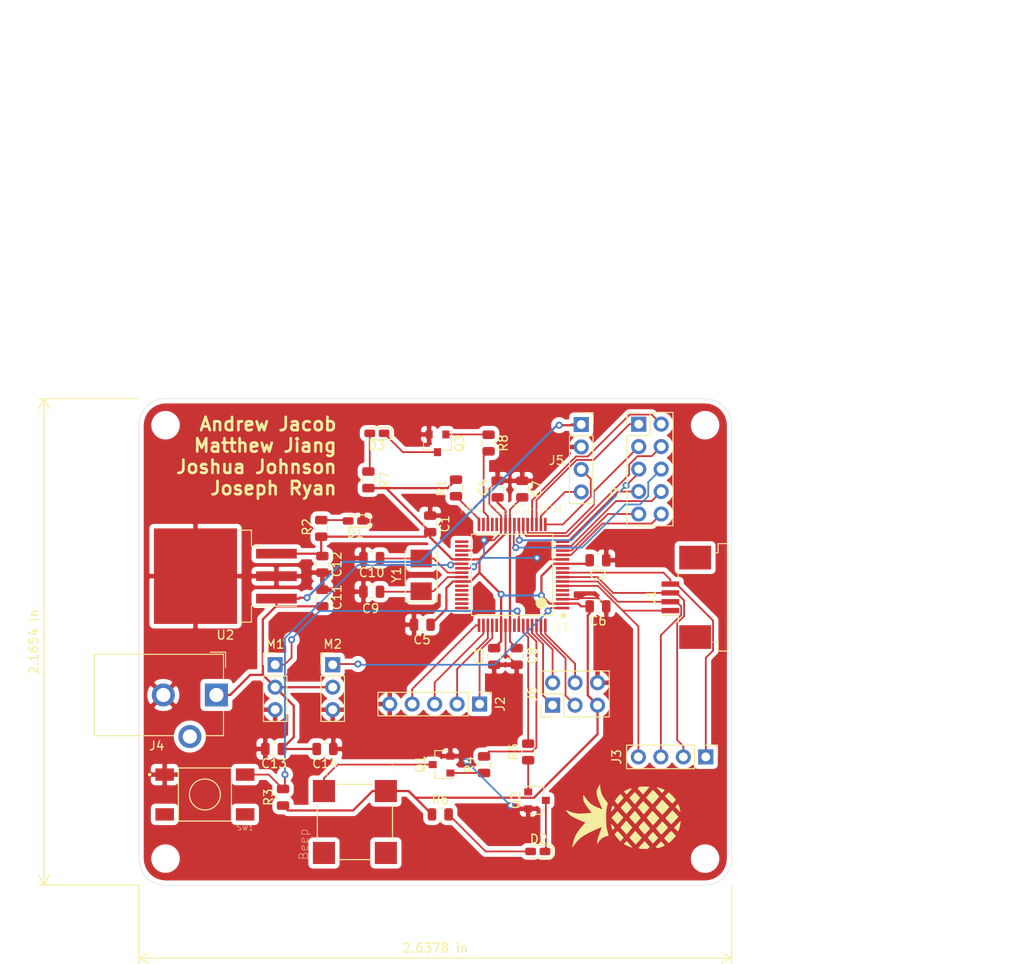
<source format=kicad_pcb>
(kicad_pcb (version 20171130) (host pcbnew 5.1.4)
  (layers (0 F.Cu signal) (31 B.Cu signal) (34 B.Paste user) (35 F.Paste user) (36 B.SilkS user) (37 F.SilkS user) (38 B.Mask user) (39 F.Mask user) (44 Edge.Cuts user))
  (net 0 "")
  (net 1 GND)
  (net 2 +3V3)
  (net 3 /OSC1)
  (net 4 /OSC0)
  (net 5 +5V)
  (net 6 "Net-(D1-Pad2)")
  (net 7 "Net-(D2-Pad2)")
  (net 8 "Net-(D2-Pad1)")
  (net 9 "Net-(D3-Pad2)")
  (net 10 "Net-(D3-Pad1)")
  (net 11 "Net-(J1-Pad4)")
  (net 12 "Net-(J1-Pad3)")
  (net 13 "Net-(J1-Pad2)")
  (net 14 "Net-(J1-Pad1)")
  (net 15 "Net-(J2-Pad4)")
  (net 16 "Net-(J2-Pad3)")
  (net 17 "Net-(J2-Pad2)")
  (net 18 "Net-(J2-Pad1)")
  (net 19 /TX)
  (net 20 /RX)
  (net 21 /PD3)
  (net 22 /PD2)
  (net 23 /PD1)
  (net 24 /Servo0)
  (net 25 /Servo1)
  (net 26 "Net-(Q1-Pad1)")
  (net 27 "Net-(Q2-Pad1)")
  (net 28 "Net-(Q3-Pad1)")
  (net 29 "Net-(R1-Pad1)")
  (net 30 /RESET)
  (net 31 /Blue)
  (net 32 /Red)
  (net 33 "Net-(C7-Pad2)")
  (net 34 /PA7)
  (net 35 /PA6)
  (net 36 /PA5)
  (net 37 /PA4)
  (net 38 /PA3)
  (net 39 /PA2)
  (net 40 /PD0)
  (net 41 "Net-(LS1-PadN)")
  (net 42 /BZZZ)
  (net 43 /PC4)
  (net 44 /PC6)
  (net 45 /PC7)
  (net 46 /PC5)
  (module MountingHole:MountingHole_2.2mm_M2 (layer F.Cu) (at 84 154)
    (fp_text reference REF**)
    (fp_text value MountingHole_2.2mm_M2)
    (pad 1 np_thru_hole circle (at 0 0) (size 2.2 2.2) (drill 2.2) (layers *.Cu *.Mask))
  )
  (module MountingHole:MountingHole_2.2mm_M2 (layer F.Cu) (at 84 105)
    (fp_text reference REF**)
    (fp_text value MountingHole_2.2mm_M2)
    (pad 1 np_thru_hole circle (at 0 0) (size 2.2 2.2) (drill 2.2) (layers *.Cu *.Mask))
  )
  (module MountingHole:MountingHole_2.2mm_M2 (layer F.Cu) (at 145 105)
    (fp_text reference REF**)
    (fp_text value MountingHole_2.2mm_M2)
    (pad 1 np_thru_hole circle (at 0 0) (size 2.2 2.2) (drill 2.2) (layers *.Cu *.Mask))
  )
  (module MountingHole:MountingHole_2.2mm_M2 (layer F.Cu) (at 145 154)
    (fp_text reference REF**)
    (fp_text value MountingHole_2.2mm_M2)
    (pad 1 np_thru_hole circle (at 0 0) (size 2.2 2.2) (drill 2.2) (layers *.Cu *.Mask))
  )
  (module pineapple:pineapple (layer F.Cu) (at 135.75 149.25 90)
    (fp_text reference G*** hide)
    (fp_text value LOGO hide)
  )
  (module Connector_BarrelJack:BarrelJack_CUI_PJ-102AH_Horizontal (layer F.Cu) (at 89.75 135.5 270)
    (fp_text reference J4 (at 5.75 6.75) (layer F.SilkS))
    (fp_text value Barrel_Jack_Switch)
    (pad 3 thru_hole circle (at 4.7 3 270) (size 2.6 2.6) (drill 1.6) (layers *.Cu *.Mask))
    (pad 2 thru_hole circle (at 0 6 270) (size 2.6 2.6) (drill 1.6) (layers *.Cu *.Mask) (net 1 GND))
    (pad 1 thru_hole rect (at 0 0 270) (size 2.6 2.6) (drill 1.6) (layers *.Cu *.Mask) (net 5 +5V))
  )
  (module Connector_PinSocket_2.54mm:PinSocket_1x04_P2.54mm_Vertical (layer F.Cu) (at 131 104.92)
    (fp_text reference J5 (at -2.794 4.064) (layer F.SilkS))
    (fp_text value "UART (Bluetooth)")
    (pad 4 thru_hole oval (at 0 7.62) (size 1.7 1.7) (drill 1) (layers *.Cu *.Mask) (net 19 /TX))
    (pad 3 thru_hole oval (at 0 5.08) (size 1.7 1.7) (drill 1) (layers *.Cu *.Mask) (net 20 /RX))
    (pad 2 thru_hole oval (at 0 2.54) (size 1.7 1.7) (drill 1) (layers *.Cu *.Mask) (net 1 GND))
    (pad 1 thru_hole rect (at 0 0) (size 1.7 1.7) (drill 1) (layers *.Cu *.Mask) (net 5 +5V))
  )
  (module Connector_PinHeader_2.54mm:PinHeader_2x05_P2.54mm_Vertical (layer F.Cu) (at 137.5 104.88)
    (fp_text reference J7 (at -2.794 7.874) (layer F.SilkS))
    (fp_text value Conn_02x05)
    (pad 10 thru_hole oval (at 2.54 10.16) (size 1.7 1.7) (drill 1) (layers *.Cu *.Mask) (net 45 /PC7))
    (pad 9 thru_hole oval (at 0 10.16) (size 1.7 1.7) (drill 1) (layers *.Cu *.Mask) (net 44 /PC6))
    (pad 8 thru_hole oval (at 2.54 7.62) (size 1.7 1.7) (drill 1) (layers *.Cu *.Mask) (net 46 /PC5))
    (pad 7 thru_hole oval (at 0 7.62) (size 1.7 1.7) (drill 1) (layers *.Cu *.Mask) (net 43 /PC4))
    (pad 6 thru_hole oval (at 2.54 5.08) (size 1.7 1.7) (drill 1) (layers *.Cu *.Mask) (net 34 /PA7))
    (pad 5 thru_hole oval (at 0 5.08) (size 1.7 1.7) (drill 1) (layers *.Cu *.Mask) (net 35 /PA6))
    (pad 4 thru_hole oval (at 2.54 2.54) (size 1.7 1.7) (drill 1) (layers *.Cu *.Mask) (net 36 /PA5))
    (pad 3 thru_hole oval (at 0 2.54) (size 1.7 1.7) (drill 1) (layers *.Cu *.Mask) (net 37 /PA4))
    (pad 2 thru_hole oval (at 2.54 0) (size 1.7 1.7) (drill 1) (layers *.Cu *.Mask) (net 38 /PA3))
    (pad 1 thru_hole rect (at 0 0) (size 1.7 1.7) (drill 1) (layers *.Cu *.Mask) (net 39 /PA2))
  )
  (module Capacitor_SMD:C_0805_2012Metric (layer F.Cu) (at 102.0295 141.605 180)
    (fp_text reference C14 (at 0 -1.65) (layer F.SilkS))
    (fp_text value 10uF)
    (pad 2 smd roundrect (at 0.9375 0 180) (size 0.975 1.4) (layers F.Cu F.Paste F.Mask) (net 5 +5V))
    (pad 1 smd roundrect (at -0.9375 0 180) (size 0.975 1.4) (layers F.Cu F.Paste F.Mask) (net 1 GND))
  )
  (module Capacitor_SMD:C_0805_2012Metric (layer F.Cu) (at 96.2175 141.605)
    (fp_text reference C13 (at 0.0485 1.651) (layer F.SilkS))
    (fp_text value 10uF)
    (pad 2 smd roundrect (at 0.9375 0) (size 0.975 1.4) (layers F.Cu F.Paste F.Mask) (net 5 +5V))
    (pad 1 smd roundrect (at -0.9375 0) (size 0.975 1.4) (layers F.Cu F.Paste F.Mask) (net 1 GND))
  )
  (module TM4C123GH6PMI:QFP50P1200X1200X160-64N (layer F.Cu) (at 123.19 121.92 180)
    (fp_text reference U1 (at -5.588 -5.842 180) (layer F.SilkS) (effects (font (size 1.00182 1.00182) (thickness 0.05))))
    (fp_text value TM4C123GH6PMI (at -0.06 7.37114 180) (layer F.SilkS) (effects (font (size 1.00083 1.00083) (thickness 0.05))))
    (pad 64 smd rect (at -3.75 -5.7 90) (size 1.5 0.3) (layers F.Cu F.Paste F.Mask) (net 21 /PD3))
    (pad 63 smd rect (at -3.25 -5.7 90) (size 1.5 0.3) (layers F.Cu F.Paste F.Mask) (net 22 /PD2))
    (pad 62 smd rect (at -2.75 -5.7 90) (size 1.5 0.3) (layers F.Cu F.Paste F.Mask) (net 23 /PD1))
    (pad 61 smd rect (at -2.25 -5.7 90) (size 1.5 0.3) (layers F.Cu F.Paste F.Mask) (net 40 /PD0))
    (pad 60 smd rect (at -1.75 -5.7 90) (size 1.5 0.3) (layers F.Cu F.Paste F.Mask) (net 42 /BZZZ))
    (pad 59 smd rect (at -1.25 -5.7 90) (size 1.5 0.3) (layers F.Cu F.Paste F.Mask) (net 31 /Blue))
    (pad 58 smd rect (at -0.75 -5.7 90) (size 1.5 0.3) (layers F.Cu F.Paste F.Mask) (net 24 /Servo0))
    (pad 57 smd rect (at -0.25 -5.7 90) (size 1.5 0.3) (layers F.Cu F.Paste F.Mask))
    (pad 56 smd rect (at 0.25 -5.7 90) (size 1.5 0.3) (layers F.Cu F.Paste F.Mask) (net 33 "Net-(C7-Pad2)"))
    (pad 55 smd rect (at 0.75 -5.7 90) (size 1.5 0.3) (layers F.Cu F.Paste F.Mask) (net 1 GND))
    (pad 54 smd rect (at 1.25 -5.7 90) (size 1.5 0.3) (layers F.Cu F.Paste F.Mask) (net 2 +3V3))
    (pad 53 smd rect (at 1.75 -5.7 90) (size 1.5 0.3) (layers F.Cu F.Paste F.Mask))
    (pad 52 smd rect (at 2.25 -5.7 90) (size 1.5 0.3) (layers F.Cu F.Paste F.Mask) (net 18 "Net-(J2-Pad1)"))
    (pad 51 smd rect (at 2.75 -5.7 90) (size 1.5 0.3) (layers F.Cu F.Paste F.Mask) (net 17 "Net-(J2-Pad2)"))
    (pad 50 smd rect (at 3.25 -5.7 90) (size 1.5 0.3) (layers F.Cu F.Paste F.Mask) (net 16 "Net-(J2-Pad3)"))
    (pad 49 smd rect (at 3.75 -5.7 90) (size 1.5 0.3) (layers F.Cu F.Paste F.Mask) (net 15 "Net-(J2-Pad4)"))
    (pad 48 smd rect (at 5.7 -3.75) (size 1.5 0.3) (layers F.Cu F.Paste F.Mask))
    (pad 47 smd rect (at 5.7 -3.25) (size 1.5 0.3) (layers F.Cu F.Paste F.Mask))
    (pad 46 smd rect (at 5.7 -2.75) (size 1.5 0.3) (layers F.Cu F.Paste F.Mask))
    (pad 45 smd rect (at 5.7 -2.25) (size 1.5 0.3) (layers F.Cu F.Paste F.Mask))
    (pad 44 smd rect (at 5.7 -1.75) (size 1.5 0.3) (layers F.Cu F.Paste F.Mask))
    (pad 43 smd rect (at 5.7 -1.25) (size 1.5 0.3) (layers F.Cu F.Paste F.Mask))
    (pad 42 smd rect (at 5.7 -0.75) (size 1.5 0.3) (layers F.Cu F.Paste F.Mask) (net 2 +3V3))
    (pad 41 smd rect (at 5.7 -0.25) (size 1.5 0.3) (layers F.Cu F.Paste F.Mask) (net 3 /OSC1))
    (pad 40 smd rect (at 5.7 0.25) (size 1.5 0.3) (layers F.Cu F.Paste F.Mask) (net 4 /OSC0))
    (pad 39 smd rect (at 5.7 0.75) (size 1.5 0.3) (layers F.Cu F.Paste F.Mask) (net 1 GND))
    (pad 38 smd rect (at 5.7 1.25) (size 1.5 0.3) (layers F.Cu F.Paste F.Mask) (net 30 /RESET))
    (pad 37 smd rect (at 5.7 1.75) (size 1.5 0.3) (layers F.Cu F.Paste F.Mask) (net 2 +3V3))
    (pad 36 smd rect (at 5.7 2.25) (size 1.5 0.3) (layers F.Cu F.Paste F.Mask))
    (pad 35 smd rect (at 5.7 2.75) (size 1.5 0.3) (layers F.Cu F.Paste F.Mask) (net 1 GND))
    (pad 34 smd rect (at 5.7 3.25) (size 1.5 0.3) (layers F.Cu F.Paste F.Mask))
    (pad 33 smd rect (at 5.7 3.75) (size 1.5 0.3) (layers F.Cu F.Paste F.Mask))
    (pad 32 smd rect (at 3.75 5.7 270) (size 1.5 0.3) (layers F.Cu F.Paste F.Mask) (net 29 "Net-(R1-Pad1)"))
    (pad 31 smd rect (at 3.25 5.7 270) (size 1.5 0.3) (layers F.Cu F.Paste F.Mask))
    (pad 30 smd rect (at 2.75 5.7 270) (size 1.5 0.3) (layers F.Cu F.Paste F.Mask) (net 32 /Red))
    (pad 29 smd rect (at 2.25 5.7 270) (size 1.5 0.3) (layers F.Cu F.Paste F.Mask))
    (pad 28 smd rect (at 1.75 5.7 270) (size 1.5 0.3) (layers F.Cu F.Paste F.Mask))
    (pad 27 smd rect (at 1.25 5.7 270) (size 1.5 0.3) (layers F.Cu F.Paste F.Mask) (net 1 GND))
    (pad 26 smd rect (at 0.75 5.7 270) (size 1.5 0.3) (layers F.Cu F.Paste F.Mask) (net 2 +3V3))
    (pad 25 smd rect (at 0.25 5.7 270) (size 1.5 0.3) (layers F.Cu F.Paste F.Mask) (net 33 "Net-(C7-Pad2)"))
    (pad 24 smd rect (at -0.25 5.7 270) (size 1.5 0.3) (layers F.Cu F.Paste F.Mask) (net 34 /PA7))
    (pad 23 smd rect (at -0.75 5.7 270) (size 1.5 0.3) (layers F.Cu F.Paste F.Mask) (net 35 /PA6))
    (pad 22 smd rect (at -1.25 5.7 270) (size 1.5 0.3) (layers F.Cu F.Paste F.Mask) (net 36 /PA5))
    (pad 21 smd rect (at -1.75 5.7 270) (size 1.5 0.3) (layers F.Cu F.Paste F.Mask) (net 37 /PA4))
    (pad 20 smd rect (at -2.25 5.7 270) (size 1.5 0.3) (layers F.Cu F.Paste F.Mask) (net 38 /PA3))
    (pad 19 smd rect (at -2.75 5.7 270) (size 1.5 0.3) (layers F.Cu F.Paste F.Mask) (net 39 /PA2))
    (pad 18 smd rect (at -3.25 5.7 270) (size 1.5 0.3) (layers F.Cu F.Paste F.Mask) (net 19 /TX))
    (pad 17 smd rect (at -3.75 5.7 270) (size 1.5 0.3) (layers F.Cu F.Paste F.Mask) (net 20 /RX))
    (pad 16 smd rect (at -5.7 3.75 180) (size 1.5 0.3) (layers F.Cu F.Paste F.Mask) (net 43 /PC4))
    (pad 15 smd rect (at -5.7 3.25 180) (size 1.5 0.3) (layers F.Cu F.Paste F.Mask) (net 46 /PC5))
    (pad 14 smd rect (at -5.7 2.75 180) (size 1.5 0.3) (layers F.Cu F.Paste F.Mask) (net 44 /PC6))
    (pad 13 smd rect (at -5.7 2.25 180) (size 1.5 0.3) (layers F.Cu F.Paste F.Mask) (net 45 /PC7))
    (pad 12 smd rect (at -5.7 1.75 180) (size 1.5 0.3) (layers F.Cu F.Paste F.Mask) (net 1 GND))
    (pad 11 smd rect (at -5.7 1.25 180) (size 1.5 0.3) (layers F.Cu F.Paste F.Mask) (net 2 +3V3))
    (pad 10 smd rect (at -5.7 0.75 180) (size 1.5 0.3) (layers F.Cu F.Paste F.Mask))
    (pad 9 smd rect (at -5.7 0.25 180) (size 1.5 0.3) (layers F.Cu F.Paste F.Mask) (net 11 "Net-(J1-Pad4)"))
    (pad 8 smd rect (at -5.7 -0.25 180) (size 1.5 0.3) (layers F.Cu F.Paste F.Mask) (net 12 "Net-(J1-Pad3)"))
    (pad 7 smd rect (at -5.7 -0.75 180) (size 1.5 0.3) (layers F.Cu F.Paste F.Mask) (net 13 "Net-(J1-Pad2)"))
    (pad 6 smd rect (at -5.7 -1.25 180) (size 1.5 0.3) (layers F.Cu F.Paste F.Mask) (net 14 "Net-(J1-Pad1)"))
    (pad 5 smd rect (at -5.7 -1.75 180) (size 1.5 0.3) (layers F.Cu F.Paste F.Mask))
    (pad 4 smd rect (at -5.7 -2.25 180) (size 1.5 0.3) (layers F.Cu F.Paste F.Mask))
    (pad 3 smd rect (at -5.7 -2.75 180) (size 1.5 0.3) (layers F.Cu F.Paste F.Mask) (net 1 GND))
    (pad 2 smd rect (at -5.7 -3.25 180) (size 1.5 0.3) (layers F.Cu F.Paste F.Mask) (net 2 +3V3))
    (pad 1 smd rect (at -5.7 -3.75 180) (size 1.5 0.3) (layers F.Cu F.Paste F.Mask) (net 25 /Servo1))
  )
  (module Resistor_SMD:R_0805_2012Metric (layer F.Cu) (at 106.934 111.1735 90)
    (fp_text reference R7 (at 0 1.816 90) (layer F.SilkS))
    (fp_text value 68ohm)
    (pad 2 smd roundrect (at 0.9375 0 90) (size 0.975 1.4) (layers F.Cu F.Paste F.Mask) (net 9 "Net-(D3-Pad2)"))
    (pad 1 smd roundrect (at -0.9375 0 90) (size 0.975 1.4) (layers F.Cu F.Paste F.Mask) (net 2 +3V3))
  )
  (module Resistor_SMD:R_0805_2012Metric (layer F.Cu) (at 115.0625 149)
    (fp_text reference R6 (at 0 -1.65) (layer F.SilkS))
    (fp_text value 50ohm)
    (pad 2 smd roundrect (at 0.9375 0) (size 0.975 1.4) (layers F.Cu F.Paste F.Mask) (net 7 "Net-(D2-Pad2)"))
    (pad 1 smd roundrect (at -0.9375 0) (size 0.975 1.4) (layers F.Cu F.Paste F.Mask) (net 2 +3V3))
  )
  (module Resistor_SMD:R_0805_2012Metric (layer F.Cu) (at 125 141.9375 90)
    (fp_text reference R5 (at 0 -1.65 90) (layer F.SilkS))
    (fp_text value 100ohm)
    (pad 2 smd roundrect (at 0.9375 0 90) (size 0.975 1.4) (layers F.Cu F.Paste F.Mask) (net 31 /Blue))
    (pad 1 smd roundrect (at -0.9375 0 90) (size 0.975 1.4) (layers F.Cu F.Paste F.Mask) (net 27 "Net-(Q2-Pad1)"))
  )
  (module Resistor_SMD:R_0805_2012Metric (layer F.Cu) (at 120.015 143.3825 90)
    (fp_text reference R4 (at 0 -1.65 90) (layer F.SilkS))
    (fp_text value 100ohm)
    (pad 2 smd roundrect (at 0.9375 0 90) (size 0.975 1.4) (layers F.Cu F.Paste F.Mask) (net 42 /BZZZ))
    (pad 1 smd roundrect (at -0.9375 0 90) (size 0.975 1.4) (layers F.Cu F.Paste F.Mask) (net 26 "Net-(Q1-Pad1)"))
  )
  (module Resistor_SMD:R_0805_2012Metric (layer F.Cu) (at 97.282 147.0625 90)
    (fp_text reference R3 (at 0 -1.65 90) (layer F.SilkS))
    (fp_text value 10k)
    (pad 2 smd roundrect (at 0.9375 0 90) (size 0.975 1.4) (layers F.Cu F.Paste F.Mask) (net 30 /RESET))
    (pad 1 smd roundrect (at -0.9375 0 90) (size 0.975 1.4) (layers F.Cu F.Paste F.Mask) (net 2 +3V3))
  )
  (module Resistor_SMD:R_0805_2012Metric (layer F.Cu) (at 116.84 112.0925 90)
    (fp_text reference R1 (at 0 -1.65 90) (layer F.SilkS))
    (fp_text value 1Mohm)
    (pad 2 smd roundrect (at 0.9375 0 90) (size 0.975 1.4) (layers F.Cu F.Paste F.Mask) (net 2 +3V3))
    (pad 1 smd roundrect (at -0.9375 0 90) (size 0.975 1.4) (layers F.Cu F.Paste F.Mask) (net 29 "Net-(R1-Pad1)"))
  )
  (module Capacitor_SMD:C_0805_2012Metric (layer F.Cu) (at 101.727 124.5385 90)
    (fp_text reference C11 (at 0.0785 1.65 90) (layer F.SilkS))
    (fp_text value 0.1uF)
    (pad 2 smd roundrect (at 0.9375 0 90) (size 0.975 1.4) (layers F.Cu F.Paste F.Mask) (net 1 GND))
    (pad 1 smd roundrect (at -0.9375 0 90) (size 0.975 1.4) (layers F.Cu F.Paste F.Mask) (net 5 +5V))
  )
  (module Capacitor_SMD:C_0805_2012Metric (layer F.Cu) (at 132.8905 125.476 180)
    (fp_text reference C6 (at 0 -1.65) (layer F.SilkS))
    (fp_text value 3.3uF)
    (pad 1 smd roundrect (at -0.9375 0 180) (size 0.975 1.4) (layers F.Cu F.Paste F.Mask) (net 1 GND))
    (pad 2 smd roundrect (at 0.9375 0 180) (size 0.975 1.4) (layers F.Cu F.Paste F.Mask) (net 2 +3V3))
  )
  (module Capacitor_SMD:C_0805_2012Metric (layer F.Cu) (at 113.03 127.5565)
    (fp_text reference C5 (at -0.03 1.6935) (layer F.SilkS))
    (fp_text value 3.3uF)
    (pad 2 smd roundrect (at 0.9375 0) (size 0.975 1.4) (layers F.Cu F.Paste F.Mask) (net 2 +3V3))
    (pad 1 smd roundrect (at -0.9375 0) (size 0.975 1.4) (layers F.Cu F.Paste F.Mask) (net 1 GND))
  )
  (module Capacitor_SMD:C_0805_2012Metric (layer F.Cu) (at 132.8905 120.269 180)
    (fp_text reference C2 (at 0 -1.65) (layer F.SilkS))
    (fp_text value .1uF)
    (pad 1 smd roundrect (at -0.9375 0 180) (size 0.975 1.4) (layers F.Cu F.Paste F.Mask) (net 1 GND))
    (pad 2 smd roundrect (at 0.9375 0 180) (size 0.975 1.4) (layers F.Cu F.Paste F.Mask) (net 2 +3V3))
  )
  (module Capacitor_SMD:C_0805_2012Metric (layer F.Cu) (at 121.539 112.2195 270)
    (fp_text reference C4 (at -0.2055 1.651 90) (layer F.SilkS))
    (fp_text value .1uF)
    (pad 2 smd roundrect (at 0.9375 0 270) (size 0.975 1.4) (layers F.Cu F.Paste F.Mask) (net 2 +3V3))
    (pad 1 smd roundrect (at -0.9375 0 270) (size 0.975 1.4) (layers F.Cu F.Paste F.Mask) (net 1 GND))
  )
  (module Capacitor_SMD:C_0805_2012Metric (layer F.Cu) (at 121.158 131.1425 90)
    (fp_text reference C3 (at 0 -1.65 90) (layer F.SilkS))
    (fp_text value .1uF)
    (pad 2 smd roundrect (at 0.9375 0 90) (size 0.975 1.4) (layers F.Cu F.Paste F.Mask) (net 2 +3V3))
    (pad 1 smd roundrect (at -0.9375 0 90) (size 0.975 1.4) (layers F.Cu F.Paste F.Mask) (net 1 GND))
  )
  (module Capacitor_SMD:C_0805_2012Metric (layer F.Cu) (at 113.919 116.1565 270)
    (fp_text reference C1 (at 0 -1.65 90) (layer F.SilkS))
    (fp_text value .1uF)
    (pad 2 smd roundrect (at 0.9375 0 270) (size 0.975 1.4) (layers F.Cu F.Paste F.Mask) (net 2 +3V3))
    (pad 1 smd roundrect (at -0.9375 0 270) (size 0.975 1.4) (layers F.Cu F.Paste F.Mask) (net 1 GND))
  )
  (module Capacitor_SMD:C_0805_2012Metric (layer F.Cu) (at 101.727 120.7285 270)
    (fp_text reference C12 (at 0 -1.65 90) (layer F.SilkS))
    (fp_text value 10uF)
    (pad 2 smd roundrect (at 0.9375 0 270) (size 0.975 1.4) (layers F.Cu F.Paste F.Mask) (net 1 GND))
    (pad 1 smd roundrect (at -0.9375 0 270) (size 0.975 1.4) (layers F.Cu F.Paste F.Mask) (net 2 +3V3))
  )
  (module Capacitor_SMD:C_0805_2012Metric (layer F.Cu) (at 107.312 120.015 180)
    (fp_text reference C10 (at 0 -1.65) (layer F.SilkS))
    (fp_text value 10pF)
    (pad 2 smd roundrect (at 0.9375 0 180) (size 0.975 1.4) (layers F.Cu F.Paste F.Mask) (net 1 GND))
    (pad 1 smd roundrect (at -0.9375 0 180) (size 0.975 1.4) (layers F.Cu F.Paste F.Mask) (net 4 /OSC0))
  )
  (module Capacitor_SMD:C_0805_2012Metric (layer F.Cu) (at 107.312 123.825)
    (fp_text reference C9 (at -0.124 1.905) (layer F.SilkS))
    (fp_text value 10pF)
    (pad 2 smd roundrect (at 0.9375 0) (size 0.975 1.4) (layers F.Cu F.Paste F.Mask) (net 3 /OSC1))
    (pad 1 smd roundrect (at -0.9375 0) (size 0.975 1.4) (layers F.Cu F.Paste F.Mask) (net 1 GND))
  )
  (module Capacitor_SMD:C_0805_2012Metric (layer F.Cu) (at 123.698 131.1425 90)
    (fp_text reference C8 (at 0.0785 1.778 90) (layer F.SilkS))
    (fp_text value 3.3uF)
    (pad 2 smd roundrect (at 0.9375 0 90) (size 0.975 1.4) (layers F.Cu F.Paste F.Mask) (net 33 "Net-(C7-Pad2)"))
    (pad 1 smd roundrect (at -0.9375 0 90) (size 0.975 1.4) (layers F.Cu F.Paste F.Mask) (net 1 GND))
  )
  (module Capacitor_SMD:C_0805_2012Metric (layer F.Cu) (at 124.333 112.2195 270)
    (fp_text reference C7 (at 0 -1.65 90) (layer F.SilkS))
    (fp_text value .1uF)
    (pad 2 smd roundrect (at 0.9375 0 270) (size 0.975 1.4) (layers F.Cu F.Paste F.Mask) (net 33 "Net-(C7-Pad2)"))
    (pad 1 smd roundrect (at -0.9375 0 270) (size 0.975 1.4) (layers F.Cu F.Paste F.Mask) (net 1 GND))
  )
  (module Crystal:Crystal_SMD_5032-2Pin_5.0x3.2mm (layer F.Cu) (at 112.903 121.92 90)
    (fp_text reference Y1 (at 0 -2.8 90) (layer F.SilkS))
    (fp_text value 16MHz)
    (pad 2 smd rect (at 1.85 0 90) (size 2 2.4) (layers F.Cu F.Paste F.Mask) (net 4 /OSC0))
    (pad 1 smd rect (at -1.85 0 90) (size 2 2.4) (layers F.Cu F.Paste F.Mask) (net 3 /OSC1))
  )
  (module Package_TO_SOT_SMD:TO-263-3_TabPin2 (layer F.Cu) (at 90.763 122.066 180)
    (fp_text reference U2 (at 0 -6.65) (layer F.SilkS))
    (fp_text value LM2937xS)
    (pad 2 smd rect (at 3.375 0 180) (size 9.4 10.8) (layers F.Cu F.Mask) (net 1 GND))
    (pad 3 smd rect (at -5.775 2.54 180) (size 4.6 1.1) (layers F.Cu F.Paste F.Mask) (net 2 +3V3))
    (pad 2 smd rect (at -5.775 0 180) (size 4.6 1.1) (layers F.Cu F.Paste F.Mask) (net 1 GND))
    (pad 1 smd rect (at -5.775 -2.54 180) (size 4.6 1.1) (layers F.Cu F.Paste F.Mask) (net 5 +5V))
  )
  (module 2-1437565-8:SW_SMD_2-1437565-8_4_4.50_6.00_6.00_5.00 (layer F.Cu) (at 88.45 146.75)
    (fp_text reference SW1 (at 4.55 3.75) (layer F.SilkS) (effects (font (size 0.640844 0.640844) (thickness 0.05))))
    (fp_text value SW_Push)
    (pad 4 smd rect (at 4.55 2.25) (size 2.1 1.4) (layers F.Cu F.Paste F.Mask))
    (pad 3 smd rect (at -4.55 2.25) (size 2.1 1.4) (layers F.Cu F.Paste F.Mask))
    (pad 2 smd rect (at 4.55 -2.25) (size 2.1 1.4) (layers F.Cu F.Paste F.Mask) (net 30 /RESET))
    (pad 1 smd rect (at -4.55 -2.25) (size 2.1 1.4) (layers F.Cu F.Paste F.Mask) (net 1 GND))
  )
  (module Resistor_SMD:R_0805_2012Metric (layer F.Cu) (at 120.523 107.0125 90)
    (fp_text reference R8 (at 0 1.651 90) (layer F.SilkS))
    (fp_text value 100ohm)
    (pad 2 smd roundrect (at 0.9375 0 90) (size 0.975 1.4) (layers F.Cu F.Paste F.Mask) (net 28 "Net-(Q3-Pad1)"))
    (pad 1 smd roundrect (at -0.9375 0 90) (size 0.975 1.4) (layers F.Cu F.Paste F.Mask) (net 32 /Red))
  )
  (module Resistor_SMD:R_0805_2012Metric (layer F.Cu) (at 101.6 116.6645 90)
    (fp_text reference R2 (at 0.1645 -1.6 90) (layer F.SilkS))
    (fp_text value 68ohm)
    (pad 2 smd roundrect (at 0.9375 0 90) (size 0.975 1.4) (layers F.Cu F.Paste F.Mask) (net 6 "Net-(D1-Pad2)"))
    (pad 1 smd roundrect (at -0.9375 0 90) (size 0.975 1.4) (layers F.Cu F.Paste F.Mask) (net 2 +3V3))
  )
  (module Package_TO_SOT_SMD:SOT-23 (layer F.Cu) (at 114.747 107.045 270)
    (fp_text reference Q3 (at 0 -2.5 90) (layer F.SilkS))
    (fp_text value MMBT3904)
    (pad 3 smd rect (at 1 0 270) (size 0.9 0.8) (layers F.Cu F.Paste F.Mask) (net 10 "Net-(D3-Pad1)"))
    (pad 2 smd rect (at -1 0.95 270) (size 0.9 0.8) (layers F.Cu F.Paste F.Mask) (net 1 GND))
    (pad 1 smd rect (at -1 -0.95 270) (size 0.9 0.8) (layers F.Cu F.Paste F.Mask) (net 28 "Net-(Q3-Pad1)"))
  )
  (module Package_TO_SOT_SMD:SOT-23 (layer F.Cu) (at 126 147.413)
    (fp_text reference Q2 (at -2.4 -0.013 90) (layer F.SilkS))
    (fp_text value MMBT3904)
    (pad 3 smd rect (at 1 0) (size 0.9 0.8) (layers F.Cu F.Paste F.Mask) (net 8 "Net-(D2-Pad1)"))
    (pad 2 smd rect (at -1 0.95) (size 0.9 0.8) (layers F.Cu F.Paste F.Mask) (net 1 GND))
    (pad 1 smd rect (at -1 -0.95) (size 0.9 0.8) (layers F.Cu F.Paste F.Mask) (net 27 "Net-(Q2-Pad1)"))
  )
  (module Package_TO_SOT_SMD:SOT-23 (layer F.Cu) (at 115.205 143.37 180)
    (fp_text reference Q1 (at 2.405 0.07 90) (layer F.SilkS))
    (fp_text value MMBT3904)
    (pad 3 smd rect (at 1 0 180) (size 0.9 0.8) (layers F.Cu F.Paste F.Mask) (net 41 "Net-(LS1-PadN)"))
    (pad 2 smd rect (at -1 0.95 180) (size 0.9 0.8) (layers F.Cu F.Paste F.Mask) (net 1 GND))
    (pad 1 smd rect (at -1 -0.95 180) (size 0.9 0.8) (layers F.Cu F.Paste F.Mask) (net 26 "Net-(Q1-Pad1)"))
  )
  (module Connector_PinHeader_2.54mm:PinHeader_1x03_P2.54mm_Vertical (layer F.Cu) (at 102.9 132.08)
    (fp_text reference M2 (at 0 -2.33) (layer F.SilkS))
    (fp_text value Motor_Servo)
    (pad 3 thru_hole oval (at 0 5.08) (size 1.7 1.7) (drill 1) (layers *.Cu *.Mask) (net 1 GND))
    (pad 2 thru_hole oval (at 0 2.54) (size 1.7 1.7) (drill 1) (layers *.Cu *.Mask) (net 5 +5V))
    (pad 1 thru_hole rect (at 0 0) (size 1.7 1.7) (drill 1) (layers *.Cu *.Mask) (net 25 /Servo1))
  )
  (module Connector_PinHeader_2.54mm:PinHeader_1x03_P2.54mm_Vertical (layer F.Cu) (at 96.393 132.08)
    (fp_text reference M1 (at 0 -2.33) (layer F.SilkS))
    (fp_text value Motor_Servo)
    (pad 1 thru_hole rect (at 0 0) (size 1.7 1.7) (drill 1) (layers *.Cu *.Mask) (net 24 /Servo0))
    (pad 2 thru_hole oval (at 0 2.54) (size 1.7 1.7) (drill 1) (layers *.Cu *.Mask) (net 5 +5V))
    (pad 3 thru_hole oval (at 0 5.08) (size 1.7 1.7) (drill 1) (layers *.Cu *.Mask) (net 1 GND))
  )
  (module CMT-8530S-SMT:CUI_CMT-8530S-SMT (layer F.Cu) (at 105.41 149.86 90)
    (fp_text reference Beep (at -2.53108 -5.8075 90) (layer F.SilkS) (effects (font (size 1.00043 1.00043) (thickness 0.05))))
    (fp_text value CMT-8530S-SMT)
    (fp_text user + (at 6.25485 4.1332 90) (layer F.SilkS) (effects (font (thickness 0.05))))
    (fp_text user - (at 5.16042 -3.22026 90) (layer F.SilkS) (effects (font (thickness 0.05))))
    (pad P smd rect (at 3.5 3.5 90) (size 2.5 2.5) (layers F.Cu F.Paste F.Mask) (net 2 +3V3))
    (pad N smd rect (at 3.5 -3.5 90) (size 2.5 2.5) (layers F.Cu F.Paste F.Mask) (net 41 "Net-(LS1-PadN)"))
    (pad 1 smd rect (at -3.5 -3.5 90) (size 2.5 2.5) (layers F.Cu F.Paste F.Mask))
    (pad 2 smd rect (at -3.5 3.5 90) (size 2.5 2.5) (layers F.Cu F.Paste F.Mask))
  )
  (module Connector_PinHeader_2.54mm:PinHeader_2x03_P2.54mm_Vertical (layer F.Cu) (at 127.762 136.652 90)
    (fp_text reference J6 (at 1.27 -2.33 90) (layer F.SilkS))
    (fp_text value Conn_02x03_Top_Bottom)
    (pad 6 thru_hole oval (at 2.54 5.08 90) (size 1.7 1.7) (drill 1) (layers *.Cu *.Mask) (net 1 GND))
    (pad 5 thru_hole oval (at 0 5.08 90) (size 1.7 1.7) (drill 1) (layers *.Cu *.Mask) (net 2 +3V3))
    (pad 4 thru_hole oval (at 2.54 2.54 90) (size 1.7 1.7) (drill 1) (layers *.Cu *.Mask) (net 21 /PD3))
    (pad 3 thru_hole oval (at 0 2.54 90) (size 1.7 1.7) (drill 1) (layers *.Cu *.Mask) (net 22 /PD2))
    (pad 2 thru_hole oval (at 2.54 0 90) (size 1.7 1.7) (drill 1) (layers *.Cu *.Mask) (net 23 /PD1))
    (pad 1 thru_hole rect (at 0 0 90) (size 1.7 1.7) (drill 1) (layers *.Cu *.Mask) (net 40 /PD0))
  )
  (module Connector_PinHeader_2.54mm:PinHeader_1x04_P2.54mm_Vertical (layer F.Cu) (at 145.08 142.5 270)
    (fp_text reference J3 (at 0 10.08 90) (layer F.SilkS))
    (fp_text value Conn_01x04_Male)
    (pad 4 thru_hole oval (at 0 7.62 270) (size 1.7 1.7) (drill 1) (layers *.Cu *.Mask) (net 14 "Net-(J1-Pad1)"))
    (pad 3 thru_hole oval (at 0 5.08 270) (size 1.7 1.7) (drill 1) (layers *.Cu *.Mask) (net 13 "Net-(J1-Pad2)"))
    (pad 2 thru_hole oval (at 0 2.54 270) (size 1.7 1.7) (drill 1) (layers *.Cu *.Mask) (net 12 "Net-(J1-Pad3)"))
    (pad 1 thru_hole rect (at 0 0 270) (size 1.7 1.7) (drill 1) (layers *.Cu *.Mask) (net 11 "Net-(J1-Pad4)"))
  )
  (module Connector_PinHeader_2.54mm:PinHeader_1x05_P2.54mm_Vertical (layer F.Cu) (at 119.507 136.525 270)
    (fp_text reference J2 (at 0 -2.33 90) (layer F.SilkS))
    (fp_text value JTAG)
    (pad 5 thru_hole oval (at 0 10.16 270) (size 1.7 1.7) (drill 1) (layers *.Cu *.Mask) (net 1 GND))
    (pad 4 thru_hole oval (at 0 7.62 270) (size 1.7 1.7) (drill 1) (layers *.Cu *.Mask) (net 15 "Net-(J2-Pad4)"))
    (pad 3 thru_hole oval (at 0 5.08 270) (size 1.7 1.7) (drill 1) (layers *.Cu *.Mask) (net 16 "Net-(J2-Pad3)"))
    (pad 2 thru_hole oval (at 0 2.54 270) (size 1.7 1.7) (drill 1) (layers *.Cu *.Mask) (net 17 "Net-(J2-Pad2)"))
    (pad 1 thru_hole rect (at 0 0 270) (size 1.7 1.7) (drill 1) (layers *.Cu *.Mask) (net 18 "Net-(J2-Pad1)"))
  )
  (module Connector_FFC-FPC:TE_84952-4_1x04-1MP_P1.0mm_Horizontal (layer F.Cu) (at 142.875 124.46 90)
    (fp_text reference J1 (at 0 -4 90) (layer F.SilkS))
    (fp_text value Resistive_Touch)
    (pad MP smd rect (at 4.49 1 90) (size 2.68 3.6) (layers F.Cu F.Paste F.Mask))
    (pad MP smd rect (at -4.49 1 90) (size 2.68 3.6) (layers F.Cu F.Paste F.Mask))
    (pad 4 smd rect (at 1.5 -1.8 90) (size 0.61 2) (layers F.Cu F.Paste F.Mask) (net 11 "Net-(J1-Pad4)"))
    (pad 3 smd rect (at 0.5 -1.8 90) (size 0.61 2) (layers F.Cu F.Paste F.Mask) (net 12 "Net-(J1-Pad3)"))
    (pad 2 smd rect (at -0.5 -1.8 90) (size 0.61 2) (layers F.Cu F.Paste F.Mask) (net 13 "Net-(J1-Pad2)"))
    (pad 1 smd rect (at -1.5 -1.8 90) (size 0.61 2) (layers F.Cu F.Paste F.Mask) (net 14 "Net-(J1-Pad1)"))
  )
  (module LED_SMD:LED_0603_1608Metric_Castellated (layer F.Cu) (at 107.8995 105.918 180)
    (fp_text reference D3 (at 0 -1.38) (layer F.SilkS))
    (fp_text value LED_RED)
    (pad 2 smd roundrect (at 0.8125 0 180) (size 1.225 0.85) (layers F.Cu F.Paste F.Mask) (net 9 "Net-(D3-Pad2)"))
    (pad 1 smd roundrect (at -0.8125 0 180) (size 1.225 0.85) (layers F.Cu F.Paste F.Mask) (net 10 "Net-(D3-Pad1)"))
  )
  (module LED_SMD:LED_0603_1608Metric_Castellated (layer F.Cu) (at 126.085 153.19 180)
    (fp_text reference D2 (at -0.0875 1.4) (layer F.SilkS))
    (fp_text value LED_BLUE)
    (pad 2 smd roundrect (at 0.8125 0 180) (size 1.225 0.85) (layers F.Cu F.Paste F.Mask) (net 7 "Net-(D2-Pad2)"))
    (pad 1 smd roundrect (at -0.8125 0 180) (size 1.225 0.85) (layers F.Cu F.Paste F.Mask) (net 8 "Net-(D2-Pad1)"))
  )
  (module LED_SMD:LED_0603_1608Metric_Castellated (layer F.Cu) (at 105.4605 115.824 180)
    (fp_text reference D1 (at 0 -1.38) (layer F.SilkS))
    (fp_text value LED_GREEN)
    (pad 2 smd roundrect (at 0.8125 0 180) (size 1.225 0.85) (layers F.Cu F.Paste F.Mask) (net 6 "Net-(D1-Pad2)"))
    (pad 1 smd roundrect (at -0.8125 0 180) (size 1.225 0.85) (layers F.Cu F.Paste F.Mask) (net 1 GND))
  )
  (gr_text " Andrew Jacob\nMatthew Jiang\nJoshua Johnson\nJoseph Ryan" (at 103.5 108.5) (layer F.SilkS) (effects (font (size 1.5 1.5) (thickness 0.3)) (justify right)))
  (dimension 55 (width 0.12) (layer F.SilkS) (gr_text "55.000 mm" (at 68.980001 129.5 270) (layer F.SilkS) (effects (font (size 1 1) (thickness 0.15)))) (feature1 (pts (xy 81 157) (xy 69.66358 157))) (feature2 (pts (xy 81 102) (xy 69.66358 102))) (crossbar (pts (xy 70.250001 102) (xy 70.250001 157))) (arrow1a (pts (xy 70.250001 157) (xy 69.66358 155.873496))) (arrow1b (pts (xy 70.250001 157) (xy 70.836422 155.873496))) (arrow2a (pts (xy 70.250001 102) (xy 69.66358 103.126504))) (arrow2b (pts (xy 70.250001 102) (xy 70.836422 103.126504))))
  (dimension 67 (width 0.12) (layer F.SilkS) (gr_text "67.000 mm" (at 114.5 166.52) (layer F.SilkS) (effects (font (size 1 1) (thickness 0.15)))) (feature1 (pts (xy 81 157) (xy 81 165.836421))) (feature2 (pts (xy 148 157) (xy 148 165.836421))) (crossbar (pts (xy 148 165.25) (xy 81 165.25))) (arrow1a (pts (xy 81 165.25) (xy 82.126504 164.663579))) (arrow1b (pts (xy 81 165.25) (xy 82.126504 165.836421))) (arrow2a (pts (xy 148 165.25) (xy 146.873496 164.663579))) (arrow2b (pts (xy 148 165.25) (xy 146.873496 165.836421))))
  (gr_arc (start 84 105) (end 84 102) (angle -90) (layer Edge.Cuts) (width 0.05))
  (gr_arc (start 84 154) (end 81 154) (angle -90) (layer Edge.Cuts) (width 0.05))
  (gr_arc (start 145 154) (end 145 157) (angle -90) (layer Edge.Cuts) (width 0.05))
  (gr_arc (start 145 105) (end 148 105) (angle -90) (layer Edge.Cuts) (width 0.05))
  (gr_line (start 145 157) (end 84 157) (layer Edge.Cuts) (width 0.05))
  (gr_line (start 148 105) (end 148 154) (layer Edge.Cuts) (width 0.05))
  (gr_line (start 84 102) (end 145 102) (layer Edge.Cuts) (width 0.05))
  (gr_line (start 81 154) (end 81 105) (layer Edge.Cuts) (width 0.05))
  (via (at 118.84 121) (size 0.8) (drill 0.4) (layers F.Cu B.Cu) (net 1))
  (segment (start 117.49 121.17) (end 118.67 121.17) (width 0.2) (layer F.Cu) (net 1))
  (segment (start 118.67 121.17) (end 118.84 121) (width 0.2) (layer F.Cu) (net 1))
  (via (at 126 120) (size 0.8) (drill 0.4) (layers F.Cu B.Cu) (net 1))
  (segment (start 118.84 121) (end 119.84 120) (width 0.2) (layer B.Cu) (net 1))
  (segment (start 127.94 120.17) (end 128.89 120.17) (width 0.2) (layer F.Cu) (net 1))
  (segment (start 126.735685 120.17) (end 127.94 120.17) (width 0.2) (layer F.Cu) (net 1))
  (segment (start 126.565685 120) (end 126.735685 120.17) (width 0.2) (layer F.Cu) (net 1))
  (segment (start 126 120) (end 126.565685 120) (width 0.2) (layer F.Cu) (net 1))
  (segment (start 122.44 130.822) (end 122.44 127.62) (width 0.2) (layer F.Cu) (net 1))
  (segment (start 123.698 132.08) (end 122.44 130.822) (width 0.2) (layer F.Cu) (net 1))
  (via (at 120 118) (size 0.8) (drill 0.4) (layers F.Cu B.Cu) (net 1))
  (segment (start 121.11 118) (end 120 118) (width 0.2) (layer F.Cu) (net 1))
  (segment (start 121.94 116.22) (end 121.94 117.17) (width 0.2) (layer F.Cu) (net 1))
  (segment (start 121.94 117.17) (end 121.11 118) (width 0.2) (layer F.Cu) (net 1))
  (segment (start 120 119.84) (end 119.84 120) (width 0.2) (layer B.Cu) (net 1))
  (segment (start 120 118) (end 120 119.84) (width 0.2) (layer B.Cu) (net 1))
  (segment (start 118.83 119.17) (end 120 118) (width 0.2) (layer F.Cu) (net 1))
  (segment (start 117.49 119.17) (end 118.83 119.17) (width 0.2) (layer F.Cu) (net 1))
  (segment (start 121.94 115.27) (end 121.94 116.22) (width 0.2) (layer F.Cu) (net 1))
  (segment (start 120.61199 113.94199) (end 121.94 115.27) (width 0.2) (layer F.Cu) (net 1))
  (segment (start 120.61199 112.20901) (end 120.61199 113.94199) (width 0.2) (layer F.Cu) (net 1))
  (segment (start 121.539 111.282) (end 120.61199 112.20901) (width 0.2) (layer F.Cu) (net 1))
  (via (at 118 143) (size 0.8) (drill 0.4) (layers F.Cu B.Cu) (net 1))
  (segment (start 116.205 142.42) (end 117.42 142.42) (width 0.2) (layer F.Cu) (net 1))
  (segment (start 117.42 142.42) (end 118 143) (width 0.2) (layer F.Cu) (net 1))
  (via (at 123 148) (size 0.8) (drill 0.4) (layers F.Cu B.Cu) (net 1))
  (segment (start 118 143) (end 123 148) (width 0.2) (layer B.Cu) (net 1))
  (segment (start 123.363 148.363) (end 123 148) (width 0.2) (layer F.Cu) (net 1))
  (segment (start 125 148.363) (end 123.363 148.363) (width 0.2) (layer F.Cu) (net 1))
  (segment (start 133.271763 124.919763) (end 133.828 125.476) (width 0.2) (layer F.Cu) (net 1))
  (segment (start 132.90099 124.54899) (end 133.271763 124.919763) (width 0.2) (layer F.Cu) (net 1))
  (segment (start 130.670645 124.67) (end 130.791655 124.54899) (width 0.2) (layer F.Cu) (net 1))
  (segment (start 130.791655 124.54899) (end 132.90099 124.54899) (width 0.2) (layer F.Cu) (net 1))
  (segment (start 128.89 124.67) (end 130.670645 124.67) (width 0.2) (layer F.Cu) (net 1))
  (segment (start 119.84 120) (end 126 120) (width 0.2) (layer B.Cu) (net 1))
  (segment (start 122.44 117.224) (end 122.44 116.22) (width 0.254) (layer F.Cu) (net 2))
  (segment (start 119.494 120.17) (end 122.44 117.224) (width 0.254) (layer F.Cu) (net 2))
  (segment (start 117.49 120.17) (end 119.494 120.17) (width 0.254) (layer F.Cu) (net 2))
  (segment (start 119.494 121.67) (end 119.494 120.17) (width 0.254) (layer F.Cu) (net 2))
  (segment (start 118.494 122.67) (end 119.494 121.67) (width 0.254) (layer F.Cu) (net 2))
  (segment (start 117.49 122.67) (end 118.494 122.67) (width 0.254) (layer F.Cu) (net 2))
  (segment (start 121.94 124.116) (end 119.494 121.67) (width 0.254) (layer F.Cu) (net 2))
  (segment (start 121.94 127.62) (end 121.94 124.116) (width 0.254) (layer F.Cu) (net 2))
  (segment (start 116.486 120.17) (end 117.49 120.17) (width 0.254) (layer F.Cu) (net 2))
  (segment (start 116.4075 120.17) (end 116.486 120.17) (width 0.254) (layer F.Cu) (net 2))
  (segment (start 113.919 117.6815) (end 116.4075 120.17) (width 0.254) (layer F.Cu) (net 2))
  (segment (start 113.919 117.094) (end 113.919 117.6815) (width 0.254) (layer F.Cu) (net 2))
  (segment (start 122.44 115.216) (end 122.44 116.22) (width 0.254) (layer F.Cu) (net 2))
  (segment (start 122.44 114.6455) (end 122.44 115.216) (width 0.254) (layer F.Cu) (net 2))
  (segment (start 121.539 113.7445) (end 122.44 114.6455) (width 0.254) (layer F.Cu) (net 2))
  (segment (start 121.539 113.157) (end 121.539 113.7445) (width 0.254) (layer F.Cu) (net 2))
  (segment (start 113.411 117.602) (end 113.919 117.094) (width 0.254) (layer F.Cu) (net 2))
  (segment (start 101.6 117.602) (end 113.411 117.602) (width 0.254) (layer F.Cu) (net 2))
  (segment (start 108.936 112.111) (end 113.919 117.094) (width 0.254) (layer F.Cu) (net 2))
  (segment (start 106.934 112.111) (end 108.936 112.111) (width 0.254) (layer F.Cu) (net 2))
  (segment (start 121.94 129.423) (end 121.94 127.62) (width 0.254) (layer F.Cu) (net 2))
  (segment (start 121.158 130.205) (end 121.94 129.423) (width 0.254) (layer F.Cu) (net 2))
  (segment (start 129.894 125.17) (end 128.89 125.17) (width 0.254) (layer F.Cu) (net 2))
  (segment (start 131.552 120.67) (end 131.953 120.269) (width 0.254) (layer F.Cu) (net 2))
  (segment (start 128.89 120.67) (end 131.552 120.67) (width 0.254) (layer F.Cu) (net 2))
  (segment (start 130.976 125.476) (end 130.67 125.17) (width 0.254) (layer F.Cu) (net 2))
  (segment (start 131.953 125.476) (end 130.976 125.476) (width 0.254) (layer F.Cu) (net 2))
  (segment (start 130.67 125.17) (end 129.894 125.17) (width 0.254) (layer F.Cu) (net 2))
  (segment (start 107.406 146.36) (end 108.91 146.36) (width 0.254) (layer F.Cu) (net 2))
  (segment (start 105.209763 148.556237) (end 107.406 146.36) (width 0.254) (layer F.Cu) (net 2))
  (segment (start 97.838237 148.556237) (end 105.209763 148.556237) (width 0.254) (layer F.Cu) (net 2))
  (segment (start 97.282 148) (end 97.838237 148.556237) (width 0.254) (layer F.Cu) (net 2))
  (segment (start 111.485 146.36) (end 114.125 149) (width 0.254) (layer F.Cu) (net 2))
  (segment (start 108.91 146.36) (end 111.485 146.36) (width 0.254) (layer F.Cu) (net 2))
  (segment (start 132.842 137.854081) (end 132.842 136.652) (width 0.254) (layer F.Cu) (net 2))
  (segment (start 132.842 139.928202) (end 132.842 137.854081) (width 0.254) (layer F.Cu) (net 2))
  (segment (start 125.653201 147.117001) (end 132.842 139.928202) (width 0.254) (layer F.Cu) (net 2))
  (segment (start 112.242001 147.117001) (end 125.653201 147.117001) (width 0.254) (layer F.Cu) (net 2))
  (segment (start 111.485 146.36) (end 112.242001 147.117001) (width 0.254) (layer F.Cu) (net 2))
  (segment (start 131.953 126.276) (end 131.953 125.476) (width 0.254) (layer F.Cu) (net 2))
  (segment (start 131.737999 126.491001) (end 131.953 126.276) (width 0.254) (layer F.Cu) (net 2))
  (segment (start 131.737999 135.547999) (end 131.737999 126.491001) (width 0.254) (layer F.Cu) (net 2))
  (segment (start 132.842 136.652) (end 131.737999 135.547999) (width 0.254) (layer F.Cu) (net 2))
  (segment (start 115.884 112.111) (end 116.84 111.155) (width 0.254) (layer F.Cu) (net 2))
  (segment (start 106.934 112.111) (end 115.884 112.111) (width 0.254) (layer F.Cu) (net 2))
  (segment (start 113.9675 127.5565) (end 115.75 125.774) (width 0.254) (layer F.Cu) (net 2))
  (segment (start 116.486 122.67) (end 117.49 122.67) (width 0.254) (layer F.Cu) (net 2))
  (segment (start 115.75 123.406) (end 116.486 122.67) (width 0.254) (layer F.Cu) (net 2))
  (segment (start 115.75 125.774) (end 115.75 123.406) (width 0.254) (layer F.Cu) (net 2))
  (via (at 126.5 124.25) (size 0.8) (drill 0.4) (layers F.Cu B.Cu) (net 2))
  (segment (start 128.89 125.17) (end 127.42 125.17) (width 0.254) (layer F.Cu) (net 2))
  (segment (start 127.42 125.17) (end 126.5 124.25) (width 0.254) (layer F.Cu) (net 2))
  (via (at 121.94 124.116) (size 0.8) (drill 0.4) (layers F.Cu B.Cu) (net 2))
  (segment (start 126.5 124.25) (end 122.074 124.25) (width 0.254) (layer B.Cu) (net 2))
  (segment (start 122.074 124.25) (end 121.94 124.116) (width 0.254) (layer B.Cu) (net 2))
  (segment (start 126.5 123.684315) (end 126.5 124.25) (width 0.254) (layer F.Cu) (net 2))
  (segment (start 126.5 122.056) (end 126.5 123.684315) (width 0.254) (layer F.Cu) (net 2))
  (segment (start 127.886 120.67) (end 126.5 122.056) (width 0.254) (layer F.Cu) (net 2))
  (segment (start 128.89 120.67) (end 127.886 120.67) (width 0.254) (layer F.Cu) (net 2))
  (segment (start 101.462 119.526) (end 101.727 119.791) (width 0.254) (layer F.Cu) (net 2))
  (segment (start 96.538 119.526) (end 101.462 119.526) (width 0.254) (layer F.Cu) (net 2))
  (segment (start 101.6 119.664) (end 101.727 119.791) (width 0.254) (layer F.Cu) (net 2))
  (segment (start 101.6 117.602) (end 101.6 119.664) (width 0.254) (layer F.Cu) (net 2))
  (segment (start 116.54 122.17) (end 117.49 122.17) (width 0.2) (layer F.Cu) (net 3))
  (segment (start 115.903 122.17) (end 116.54 122.17) (width 0.2) (layer F.Cu) (net 3))
  (segment (start 114.303 123.77) (end 115.903 122.17) (width 0.2) (layer F.Cu) (net 3))
  (segment (start 112.903 123.77) (end 114.303 123.77) (width 0.2) (layer F.Cu) (net 3))
  (segment (start 112.848 123.825) (end 112.903 123.77) (width 0.2) (layer F.Cu) (net 3))
  (segment (start 108.2495 123.825) (end 112.848 123.825) (width 0.2) (layer F.Cu) (net 3))
  (segment (start 116.54 121.67) (end 117.49 121.67) (width 0.2) (layer F.Cu) (net 4))
  (segment (start 115.903 121.67) (end 116.54 121.67) (width 0.2) (layer F.Cu) (net 4))
  (segment (start 114.303 120.07) (end 115.903 121.67) (width 0.2) (layer F.Cu) (net 4))
  (segment (start 112.903 120.07) (end 114.303 120.07) (width 0.2) (layer F.Cu) (net 4))
  (segment (start 108.3045 120.07) (end 108.2495 120.015) (width 0.2) (layer F.Cu) (net 4))
  (segment (start 112.903 120.07) (end 108.3045 120.07) (width 0.2) (layer F.Cu) (net 4))
  (segment (start 100.927 125.476) (end 101.727 125.476) (width 0.254) (layer F.Cu) (net 5))
  (segment (start 96.604 125.476) (end 100.927 125.476) (width 0.254) (layer F.Cu) (net 5))
  (segment (start 96.538 125.41) (end 96.604 125.476) (width 0.254) (layer F.Cu) (net 5))
  (segment (start 96.393 134.62) (end 102.9 134.62) (width 0.254) (layer F.Cu) (net 5))
  (segment (start 97.155 141.605) (end 101.092 141.605) (width 0.254) (layer F.Cu) (net 5))
  (segment (start 97.242999 135.469999) (end 96.393 134.62) (width 0.254) (layer F.Cu) (net 5))
  (segment (start 98.5 136.727) (end 97.242999 135.469999) (width 0.254) (layer F.Cu) (net 5))
  (segment (start 98.5 140.26) (end 98.5 136.727) (width 0.254) (layer F.Cu) (net 5))
  (segment (start 97.155 141.605) (end 98.5 140.26) (width 0.254) (layer F.Cu) (net 5))
  (segment (start 96.538 125.41) (end 96.538 124.606) (width 0.254) (layer F.Cu) (net 5))
  (segment (start 95 126.948) (end 96.538 125.41) (width 0.254) (layer F.Cu) (net 5))
  (segment (start 95 133.227) (end 95 126.948) (width 0.254) (layer F.Cu) (net 5))
  (segment (start 96.393 134.62) (end 95 133.227) (width 0.254) (layer F.Cu) (net 5))
  (segment (start 129.896 104.92) (end 131 104.92) (width 0.254) (layer F.Cu) (net 5))
  (segment (start 96.538 124.606) (end 94.788 124.606) (width 0.254) (layer F.Cu) (net 5))
  (segment (start 93.577 133.227) (end 95 133.227) (width 0.254) (layer F.Cu) (net 5))
  (segment (start 91.304 135.5) (end 93.577 133.227) (width 0.254) (layer F.Cu) (net 5))
  (segment (start 89.75 135.5) (end 91.304 135.5) (width 0.254) (layer F.Cu) (net 5))
  (via (at 100 124.5) (size 0.8) (drill 0.4) (layers F.Cu B.Cu) (net 5))
  (segment (start 99.198 124.5) (end 100 124.5) (width 0.254) (layer F.Cu) (net 5))
  (segment (start 96.538 124.606) (end 99.092 124.606) (width 0.254) (layer F.Cu) (net 5))
  (segment (start 99.092 124.606) (end 99.198 124.5) (width 0.254) (layer F.Cu) (net 5))
  (segment (start 104.052866 120.447134) (end 112.802866 120.447134) (width 0.254) (layer B.Cu) (net 5))
  (segment (start 100 124.5) (end 104.052866 120.447134) (width 0.254) (layer B.Cu) (net 5))
  (via (at 128.5 105) (size 0.8) (drill 0.4) (layers F.Cu B.Cu) (net 5))
  (segment (start 112.802866 120.447134) (end 128.25 105) (width 0.254) (layer B.Cu) (net 5))
  (segment (start 128.25 105) (end 128.5 105) (width 0.254) (layer B.Cu) (net 5))
  (segment (start 130.92 105) (end 131 104.92) (width 0.254) (layer F.Cu) (net 5))
  (segment (start 128.5 105) (end 130.92 105) (width 0.254) (layer F.Cu) (net 5))
  (segment (start 104.551 115.727) (end 104.648 115.824) (width 0.2) (layer F.Cu) (net 6))
  (segment (start 101.6 115.727) (end 104.551 115.727) (width 0.2) (layer F.Cu) (net 6))
  (segment (start 120.19 153.19) (end 116 149) (width 0.2) (layer F.Cu) (net 7))
  (segment (start 125.2725 153.19) (end 120.19 153.19) (width 0.2) (layer F.Cu) (net 7))
  (segment (start 127 153.375) (end 127 147.413) (width 0.2) (layer F.Cu) (net 8))
  (segment (start 107.087 110.083) (end 106.934 110.236) (width 0.2) (layer F.Cu) (net 9))
  (segment (start 107.087 105.918) (end 107.087 110.083) (width 0.2) (layer F.Cu) (net 9))
  (segment (start 110.839 108.045) (end 108.712 105.918) (width 0.2) (layer F.Cu) (net 10))
  (segment (start 114.747 108.045) (end 110.839 108.045) (width 0.2) (layer F.Cu) (net 10))
  (segment (start 141.075 122.455) (end 141.075 122.96) (width 0.2) (layer F.Cu) (net 11))
  (segment (start 140.29 121.67) (end 141.075 122.455) (width 0.2) (layer F.Cu) (net 11))
  (segment (start 128.89 121.67) (end 140.29 121.67) (width 0.2) (layer F.Cu) (net 11))
  (segment (start 141.77 122.96) (end 141.075 122.96) (width 0.2) (layer F.Cu) (net 11))
  (segment (start 145.902001 127.092001) (end 141.77 122.96) (width 0.2) (layer F.Cu) (net 11))
  (segment (start 145.902001 130.471601) (end 145.902001 127.092001) (width 0.2) (layer F.Cu) (net 11))
  (segment (start 145.08 131.293602) (end 145.902001 130.471601) (width 0.2) (layer F.Cu) (net 11))
  (segment (start 145.08 142.5) (end 145.08 131.293602) (width 0.2) (layer F.Cu) (net 11))
  (segment (start 129.84 122.17) (end 128.89 122.17) (width 0.2) (layer F.Cu) (net 12))
  (segment (start 132.812676 122.17) (end 129.84 122.17) (width 0.2) (layer F.Cu) (net 12))
  (segment (start 134.602676 123.96) (end 132.812676 122.17) (width 0.2) (layer F.Cu) (net 12))
  (segment (start 141.075 123.96) (end 134.602676 123.96) (width 0.2) (layer F.Cu) (net 12))
  (segment (start 142.54 141.297919) (end 142.54 142.5) (width 0.2) (layer F.Cu) (net 12))
  (segment (start 141.847999 140.605918) (end 142.54 141.297919) (width 0.2) (layer F.Cu) (net 12))
  (segment (start 141.847999 127.363063) (end 141.847999 140.605918) (width 0.2) (layer F.Cu) (net 12))
  (segment (start 142.629011 126.582051) (end 141.847999 127.363063) (width 0.2) (layer F.Cu) (net 12))
  (segment (start 142.629011 124.819011) (end 142.629011 126.582051) (width 0.2) (layer F.Cu) (net 12))
  (segment (start 141.77 123.96) (end 142.629011 124.819011) (width 0.2) (layer F.Cu) (net 12))
  (segment (start 141.075 123.96) (end 141.77 123.96) (width 0.2) (layer F.Cu) (net 12))
  (segment (start 139.875 124.96) (end 141.075 124.96) (width 0.2) (layer F.Cu) (net 13))
  (segment (start 135.140216 124.96) (end 139.875 124.96) (width 0.2) (layer F.Cu) (net 13))
  (segment (start 132.850216 122.67) (end 135.140216 124.96) (width 0.2) (layer F.Cu) (net 13))
  (segment (start 128.89 122.67) (end 132.850216 122.67) (width 0.2) (layer F.Cu) (net 13))
  (segment (start 140 141.297919) (end 140 142.5) (width 0.2) (layer F.Cu) (net 13))
  (segment (start 140 128.748602) (end 140 141.297919) (width 0.2) (layer F.Cu) (net 13))
  (segment (start 142.302001 126.446601) (end 140 128.748602) (width 0.2) (layer F.Cu) (net 13))
  (segment (start 142.302001 125.492001) (end 142.302001 126.446601) (width 0.2) (layer F.Cu) (net 13))
  (segment (start 141.77 124.96) (end 142.302001 125.492001) (width 0.2) (layer F.Cu) (net 13))
  (segment (start 141.075 124.96) (end 141.77 124.96) (width 0.2) (layer F.Cu) (net 13))
  (segment (start 129.84 123.17) (end 128.89 123.17) (width 0.2) (layer F.Cu) (net 14))
  (segment (start 132.887756 123.17) (end 129.84 123.17) (width 0.2) (layer F.Cu) (net 14))
  (segment (start 135.677756 125.96) (end 132.887756 123.17) (width 0.2) (layer F.Cu) (net 14))
  (segment (start 141.075 125.96) (end 135.677756 125.96) (width 0.2) (layer F.Cu) (net 14))
  (segment (start 137.46 127.742244) (end 135.677756 125.96) (width 0.2) (layer F.Cu) (net 14))
  (segment (start 137.46 142.5) (end 137.46 127.742244) (width 0.2) (layer F.Cu) (net 14))
  (segment (start 111.887 135.322919) (end 111.887 136.525) (width 0.2) (layer F.Cu) (net 15))
  (segment (start 111.887 134.823) (end 111.887 135.322919) (width 0.2) (layer F.Cu) (net 15))
  (segment (start 119.09 127.62) (end 111.887 134.823) (width 0.2) (layer F.Cu) (net 15))
  (segment (start 119.44 127.62) (end 119.09 127.62) (width 0.2) (layer F.Cu) (net 15))
  (segment (start 119.94 128.57) (end 119.94 127.62) (width 0.2) (layer F.Cu) (net 16))
  (segment (start 114.427 136.525) (end 114.427 134.083) (width 0.2) (layer F.Cu) (net 16))
  (segment (start 114.427 134.083) (end 119.94 128.57) (width 0.2) (layer F.Cu) (net 16))
  (segment (start 116.967 135.322919) (end 116.967 136.525) (width 0.2) (layer F.Cu) (net 17))
  (segment (start 116.967 132.567787) (end 116.967 135.322919) (width 0.2) (layer F.Cu) (net 17))
  (segment (start 120.44 129.094787) (end 116.967 132.567787) (width 0.2) (layer F.Cu) (net 17))
  (segment (start 120.44 127.62) (end 120.44 129.094787) (width 0.2) (layer F.Cu) (net 17))
  (segment (start 119.507 135.475) (end 119.507 136.525) (width 0.2) (layer F.Cu) (net 18))
  (segment (start 119.507 130.490244) (end 119.507 135.475) (width 0.2) (layer F.Cu) (net 18))
  (segment (start 120.94 129.057244) (end 119.507 130.490244) (width 0.2) (layer F.Cu) (net 18))
  (segment (start 120.94 127.62) (end 120.94 129.057244) (width 0.2) (layer F.Cu) (net 18))
  (segment (start 129.797919 112.54) (end 131 112.54) (width 0.2) (layer F.Cu) (net 19))
  (segment (start 129.17 112.54) (end 129.797919 112.54) (width 0.2) (layer F.Cu) (net 19))
  (segment (start 126.44 115.27) (end 129.17 112.54) (width 0.2) (layer F.Cu) (net 19))
  (segment (start 126.44 116.22) (end 126.44 115.27) (width 0.2) (layer F.Cu) (net 19))
  (segment (start 131.849999 110.849999) (end 131 110) (width 0.2) (layer F.Cu) (net 20))
  (segment (start 132.077001 111.077001) (end 131.849999 110.849999) (width 0.2) (layer F.Cu) (net 20))
  (segment (start 132.077001 113.056961) (end 132.077001 111.077001) (width 0.2) (layer F.Cu) (net 20))
  (segment (start 128.913962 116.22) (end 132.077001 113.056961) (width 0.2) (layer F.Cu) (net 20))
  (segment (start 126.94 116.22) (end 128.913962 116.22) (width 0.2) (layer F.Cu) (net 20))
  (segment (start 126.94 128.60754) (end 126.94 127.62) (width 0.2) (layer F.Cu) (net 21))
  (segment (start 130.302 134.112) (end 130.302 131.96954) (width 0.2) (layer F.Cu) (net 21))
  (segment (start 130.302 131.96954) (end 126.94 128.60754) (width 0.2) (layer F.Cu) (net 21))
  (segment (start 129.452001 135.802001) (end 130.302 136.652) (width 0.2) (layer F.Cu) (net 22))
  (segment (start 129.224999 135.574999) (end 129.452001 135.802001) (width 0.2) (layer F.Cu) (net 22))
  (segment (start 129.224999 131.354999) (end 129.224999 135.574999) (width 0.2) (layer F.Cu) (net 22))
  (segment (start 126.44 128.57) (end 129.224999 131.354999) (width 0.2) (layer F.Cu) (net 22))
  (segment (start 126.44 127.62) (end 126.44 128.57) (width 0.2) (layer F.Cu) (net 22))
  (segment (start 125.94 128.541222) (end 125.94 127.62) (width 0.2) (layer F.Cu) (net 23))
  (segment (start 127.762 130.363222) (end 125.94 128.541222) (width 0.2) (layer F.Cu) (net 23))
  (segment (start 127.762 134.112) (end 127.762 130.363222) (width 0.2) (layer F.Cu) (net 23))
  (via (at 123.75 126) (size 0.8) (drill 0.4) (layers F.Cu B.Cu) (net 24))
  (segment (start 123.94 127.62) (end 123.94 126.19) (width 0.2) (layer F.Cu) (net 24))
  (segment (start 123.94 126.19) (end 123.75 126) (width 0.2) (layer F.Cu) (net 24))
  (via (at 98.25 129.25) (size 0.8) (drill 0.4) (layers F.Cu B.Cu) (net 24))
  (segment (start 98.25 129.173) (end 98.25 129.25) (width 0.2) (layer B.Cu) (net 24))
  (segment (start 123.75 126) (end 101.423 126) (width 0.2) (layer B.Cu) (net 24))
  (segment (start 101.423 126) (end 98.25 129.173) (width 0.2) (layer B.Cu) (net 24))
  (segment (start 97.443 132.08) (end 96.393 132.08) (width 0.2) (layer F.Cu) (net 24))
  (segment (start 98.25 131.273) (end 97.443 132.08) (width 0.2) (layer F.Cu) (net 24))
  (segment (start 98.25 129.25) (end 98.25 131.273) (width 0.2) (layer F.Cu) (net 24))
  (via (at 127.25 126) (size 0.8) (drill 0.4) (layers F.Cu B.Cu) (net 25))
  (segment (start 128.89 125.67) (end 127.58 125.67) (width 0.2) (layer F.Cu) (net 25))
  (segment (start 127.58 125.67) (end 127.25 126) (width 0.2) (layer F.Cu) (net 25))
  (via (at 105.75 132) (size 0.8) (drill 0.4) (layers F.Cu B.Cu) (net 25))
  (segment (start 105.83 132.08) (end 105.75 132) (width 0.2) (layer B.Cu) (net 25))
  (segment (start 127.25 126) (end 121.17 132.08) (width 0.2) (layer B.Cu) (net 25))
  (segment (start 121.17 132.08) (end 105.83 132.08) (width 0.2) (layer B.Cu) (net 25))
  (segment (start 102.98 132) (end 102.9 132.08) (width 0.2) (layer F.Cu) (net 25))
  (segment (start 105.75 132) (end 102.98 132) (width 0.2) (layer F.Cu) (net 25))
  (segment (start 116.855 144.32) (end 120.015 144.32) (width 0.2) (layer F.Cu) (net 26))
  (segment (start 116.205 144.32) (end 116.855 144.32) (width 0.2) (layer F.Cu) (net 26))
  (segment (start 125 142.875) (end 125 146.463) (width 0.2) (layer F.Cu) (net 27))
  (segment (start 120.493 106.045) (end 120.523 106.075) (width 0.2) (layer F.Cu) (net 28))
  (segment (start 115.697 106.045) (end 120.493 106.045) (width 0.2) (layer F.Cu) (net 28))
  (segment (start 119.44 115.63) (end 119.44 116.22) (width 0.2) (layer F.Cu) (net 29))
  (segment (start 116.84 113.03) (end 119.44 115.63) (width 0.2) (layer F.Cu) (net 29))
  (segment (start 96.907 145.75) (end 97.282 146.125) (width 0.2) (layer F.Cu) (net 30))
  (via (at 97.5 144.5) (size 0.8) (drill 0.4) (layers F.Cu B.Cu) (net 30))
  (segment (start 97.5 145.907) (end 97.282 146.125) (width 0.2) (layer F.Cu) (net 30))
  (segment (start 97.5 144.5) (end 97.5 145.907) (width 0.2) (layer F.Cu) (net 30))
  (via (at 116.236112 120.801144) (size 0.8) (drill 0.4) (layers F.Cu B.Cu) (net 30))
  (segment (start 117.49 120.67) (end 116.367256 120.67) (width 0.2) (layer F.Cu) (net 30))
  (segment (start 116.367256 120.67) (end 116.236112 120.801144) (width 0.2) (layer F.Cu) (net 30))
  (segment (start 97.5 129.072038) (end 97.5 144.5) (width 0.2) (layer B.Cu) (net 30))
  (segment (start 116.236112 120.801144) (end 105.770894 120.801144) (width 0.2) (layer B.Cu) (net 30))
  (segment (start 105.770894 120.801144) (end 97.5 129.072038) (width 0.2) (layer B.Cu) (net 30))
  (segment (start 95.657 144.5) (end 97.282 146.125) (width 0.2) (layer F.Cu) (net 30))
  (segment (start 93 144.5) (end 95.657 144.5) (width 0.2) (layer F.Cu) (net 30))
  (segment (start 124.44 128.428602) (end 124.44 127.62) (width 0.2) (layer F.Cu) (net 31))
  (segment (start 125 128.988602) (end 124.44 128.428602) (width 0.2) (layer F.Cu) (net 31))
  (segment (start 125 141) (end 125 128.988602) (width 0.2) (layer F.Cu) (net 31))
  (segment (start 120.523 116.137) (end 120.44 116.22) (width 0.2) (layer F.Cu) (net 32))
  (segment (start 119.966763 108.506237) (end 120.523 107.95) (width 0.2) (layer F.Cu) (net 32))
  (segment (start 119.966763 114.796763) (end 119.966763 108.506237) (width 0.2) (layer F.Cu) (net 32))
  (segment (start 120.44 116.22) (end 120.44 115.27) (width 0.2) (layer F.Cu) (net 32))
  (segment (start 120.44 115.27) (end 119.966763 114.796763) (width 0.2) (layer F.Cu) (net 32))
  (segment (start 122.94 127.62) (end 122.94 116.22) (width 0.254) (layer F.Cu) (net 33))
  (segment (start 122.94 114.55) (end 122.94 116.22) (width 0.2) (layer F.Cu) (net 33))
  (segment (start 124.333 113.157) (end 122.94 114.55) (width 0.2) (layer F.Cu) (net 33))
  (segment (start 122.94 129.447) (end 122.94 127.62) (width 0.2) (layer F.Cu) (net 33))
  (segment (start 123.698 130.205) (end 122.94 129.447) (width 0.2) (layer F.Cu) (net 33))
  (via (at 123.594 118.833364) (size 0.8) (drill 0.4) (layers F.Cu B.Cu) (net 34))
  (segment (start 131.094674 118.833364) (end 123.594 118.833364) (width 0.2) (layer B.Cu) (net 34))
  (segment (start 123.44 117.17) (end 123.44 116.22) (width 0.2) (layer F.Cu) (net 34))
  (segment (start 123.372999 117.237001) (end 123.44 117.17) (width 0.2) (layer F.Cu) (net 34))
  (segment (start 123.372999 118.622999) (end 123.372999 117.237001) (width 0.2) (layer F.Cu) (net 34))
  (segment (start 123.583364 118.833364) (end 123.372999 118.622999) (width 0.2) (layer F.Cu) (net 34))
  (segment (start 123.594 118.833364) (end 123.583364 118.833364) (width 0.2) (layer F.Cu) (net 34))
  (segment (start 135.965039 113.962999) (end 131.094674 118.833364) (width 0.2) (layer B.Cu) (net 34))
  (segment (start 137.630963 113.962999) (end 135.965039 113.962999) (width 0.2) (layer B.Cu) (net 34))
  (segment (start 138.577001 111.422999) (end 138.577001 113.016961) (width 0.2) (layer B.Cu) (net 34))
  (segment (start 138.577001 113.016961) (end 137.630963 113.962999) (width 0.2) (layer B.Cu) (net 34))
  (segment (start 140.04 109.96) (end 138.577001 111.422999) (width 0.2) (layer B.Cu) (net 34))
  (via (at 124 118) (size 0.8) (drill 0.4) (layers F.Cu B.Cu) (net 35))
  (segment (start 124 116.28) (end 123.94 116.22) (width 0.2) (layer F.Cu) (net 35))
  (segment (start 124 118) (end 124 116.28) (width 0.2) (layer F.Cu) (net 35))
  (via (at 136.068356 111.818356) (size 0.8) (drill 0.4) (layers F.Cu B.Cu) (net 35))
  (segment (start 137.5 109.96) (end 137.5 110.386712) (width 0.2) (layer F.Cu) (net 35))
  (segment (start 137.5 110.386712) (end 136.068356 111.818356) (width 0.2) (layer F.Cu) (net 35))
  (segment (start 129.886712 118) (end 129.5 118) (width 0.2) (layer B.Cu) (net 35))
  (segment (start 136.068356 111.818356) (end 129.886712 118) (width 0.2) (layer B.Cu) (net 35))
  (segment (start 129.5 118) (end 124 118) (width 0.2) (layer B.Cu) (net 35))
  (segment (start 124.794011 117.524011) (end 129.475989 117.524011) (width 0.2) (layer F.Cu) (net 36))
  (segment (start 124.44 117.17) (end 124.794011 117.524011) (width 0.2) (layer F.Cu) (net 36))
  (segment (start 124.44 116.22) (end 124.44 117.17) (width 0.2) (layer F.Cu) (net 36))
  (segment (start 139.190001 108.269999) (end 140.04 107.42) (width 0.2) (layer F.Cu) (net 36))
  (segment (start 138.962999 108.497001) (end 139.190001 108.269999) (width 0.2) (layer F.Cu) (net 36))
  (segment (start 137.369037 108.497001) (end 138.962999 108.497001) (width 0.2) (layer F.Cu) (net 36))
  (segment (start 136.422999 109.443039) (end 137.369037 108.497001) (width 0.2) (layer F.Cu) (net 36))
  (segment (start 136.422999 110.577001) (end 136.422999 109.443039) (width 0.2) (layer F.Cu) (net 36))
  (segment (start 129.475989 117.524011) (end 136.422999 110.577001) (width 0.2) (layer F.Cu) (net 36))
  (segment (start 124.967001 117.197001) (end 129.244999 117.197001) (width 0.2) (layer F.Cu) (net 37))
  (segment (start 124.94 117.17) (end 124.967001 117.197001) (width 0.2) (layer F.Cu) (net 37))
  (segment (start 124.94 116.22) (end 124.94 117.17) (width 0.2) (layer F.Cu) (net 37))
  (segment (start 132.404011 112.515989) (end 136.650001 108.269999) (width 0.2) (layer F.Cu) (net 37))
  (segment (start 132.404011 114.037989) (end 132.404011 112.515989) (width 0.2) (layer F.Cu) (net 37))
  (segment (start 136.650001 108.269999) (end 137.5 107.42) (width 0.2) (layer F.Cu) (net 37))
  (segment (start 129.244999 117.197001) (end 132.404011 114.037989) (width 0.2) (layer F.Cu) (net 37))
  (segment (start 125.44 116.22) (end 125.44 113.503578) (width 0.2) (layer F.Cu) (net 38))
  (segment (start 125.44 113.503578) (end 130.406577 108.537001) (width 0.2) (layer F.Cu) (net 38))
  (segment (start 138.962999 103.802999) (end 139.190001 104.030001) (width 0.2) (layer F.Cu) (net 38))
  (segment (start 136.468399 103.802999) (end 138.962999 103.802999) (width 0.2) (layer F.Cu) (net 38))
  (segment (start 139.190001 104.030001) (end 140.04 104.88) (width 0.2) (layer F.Cu) (net 38))
  (segment (start 131.734397 108.537001) (end 136.468399 103.802999) (width 0.2) (layer F.Cu) (net 38))
  (segment (start 130.406577 108.537001) (end 131.734397 108.537001) (width 0.2) (layer F.Cu) (net 38))
  (segment (start 125.94 116.22) (end 125.94 113.466038) (width 0.2) (layer F.Cu) (net 39))
  (segment (start 125.94 113.466038) (end 130.483039 108.922999) (width 0.2) (layer F.Cu) (net 39))
  (segment (start 136.45 104.88) (end 137.5 104.88) (width 0.2) (layer F.Cu) (net 39))
  (segment (start 132.407001 108.922999) (end 136.45 104.88) (width 0.2) (layer F.Cu) (net 39))
  (segment (start 130.483039 108.922999) (end 132.407001 108.922999) (width 0.2) (layer F.Cu) (net 39))
  (segment (start 126.684999 135.574999) (end 127.762 136.652) (width 0.2) (layer F.Cu) (net 40))
  (segment (start 126.684999 129.748681) (end 126.684999 135.574999) (width 0.2) (layer F.Cu) (net 40))
  (segment (start 125.44 127.62) (end 125.44 128.503682) (width 0.2) (layer F.Cu) (net 40))
  (segment (start 125.44 128.503682) (end 126.684999 129.748681) (width 0.2) (layer F.Cu) (net 40))
  (segment (start 113.555 143.37) (end 114.205 143.37) (width 0.2) (layer F.Cu) (net 41))
  (segment (start 103.45 143.37) (end 113.555 143.37) (width 0.2) (layer F.Cu) (net 41))
  (segment (start 101.91 144.91) (end 103.45 143.37) (width 0.2) (layer F.Cu) (net 41))
  (segment (start 101.91 146.36) (end 101.91 144.91) (width 0.2) (layer F.Cu) (net 41))
  (segment (start 120.571237 141.888763) (end 120.015 142.445) (width 0.2) (layer F.Cu) (net 42))
  (segment (start 125.476993 141.888763) (end 120.571237 141.888763) (width 0.2) (layer F.Cu) (net 42))
  (segment (start 125.92701 141.438746) (end 125.476993 141.888763) (width 0.2) (layer F.Cu) (net 42))
  (segment (start 125.92701 129.453152) (end 125.92701 141.438746) (width 0.2) (layer F.Cu) (net 42))
  (segment (start 124.94 127.62) (end 124.94 128.466142) (width 0.2) (layer F.Cu) (net 42))
  (segment (start 124.94 128.466142) (end 125.92701 129.453152) (width 0.2) (layer F.Cu) (net 42))
  (segment (start 128.89 118.17) (end 129.49 118.17) (width 0.2) (layer F.Cu) (net 43))
  (segment (start 129.49 118.17) (end 135.16 112.5) (width 0.2) (layer F.Cu) (net 43))
  (segment (start 135.16 112.5) (end 137.5 112.5) (width 0.2) (layer F.Cu) (net 43))
  (segment (start 129.87754 119.17) (end 130.374549 118.67299) (width 0.2) (layer F.Cu) (net 44))
  (segment (start 128.89 119.17) (end 129.87754 119.17) (width 0.2) (layer F.Cu) (net 44))
  (segment (start 134.007539 115.04) (end 137.5 115.04) (width 0.2) (layer F.Cu) (net 44))
  (segment (start 130.374549 118.67299) (end 134.007539 115.04) (width 0.2) (layer F.Cu) (net 44))
  (segment (start 139.190001 115.889999) (end 140.04 115.04) (width 0.2) (layer F.Cu) (net 45))
  (segment (start 138.962999 116.117001) (end 139.190001 115.889999) (width 0.2) (layer F.Cu) (net 45))
  (segment (start 133.392999 116.117001) (end 138.962999 116.117001) (width 0.2) (layer F.Cu) (net 45))
  (segment (start 129.84 119.67) (end 133.392999 116.117001) (width 0.2) (layer F.Cu) (net 45))
  (segment (start 128.89 119.67) (end 129.84 119.67) (width 0.2) (layer F.Cu) (net 45))
  (segment (start 128.89 118.67) (end 129.84 118.67) (width 0.2) (layer F.Cu) (net 46))
  (segment (start 139.190001 113.349999) (end 140.04 112.5) (width 0.2) (layer F.Cu) (net 46))
  (segment (start 138.962999 113.577001) (end 139.190001 113.349999) (width 0.2) (layer F.Cu) (net 46))
  (segment (start 134.932999 113.577001) (end 138.962999 113.577001) (width 0.2) (layer F.Cu) (net 46))
  (segment (start 129.84 118.67) (end 134.932999 113.577001) (width 0.2) (layer F.Cu) (net 46))
  (zone (net 1) (net_name GND) (layer F.Cu) (connect_pads (clearance 0.508)) (min_thickness 0.254) (fill yes (arc_segments 32) (thermal_gap 0.508) (thermal_bridge_width 0.508))
    (polygon (pts (xy 80 156) (xy 82 158) (xy 147 158) (xy 149 156) (xy 149 103) (xy 147 101) (xy 82 101) (xy 80 103)))
  )
)
</source>
